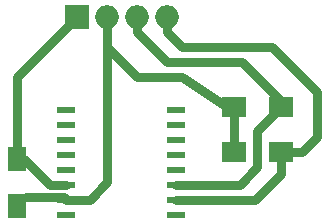
<source format=gbr>
G04 #@! TF.FileFunction,Copper,L1,Top,Signal*
%FSLAX46Y46*%
G04 Gerber Fmt 4.6, Leading zero omitted, Abs format (unit mm)*
G04 Created by KiCad (PCBNEW 4.0.0-rc1-stable) date 17/11/2015 18:15:03*
%MOMM*%
G01*
G04 APERTURE LIST*
%ADD10C,0.100000*%
%ADD11R,1.600000X2.000000*%
%ADD12R,1.500000X0.600000*%
%ADD13O,1.998980X1.998980*%
%ADD14R,1.998980X1.998980*%
%ADD15R,2.000000X1.700000*%
%ADD16C,0.750000*%
G04 APERTURE END LIST*
D10*
D11*
X139700000Y-104680000D03*
X139700000Y-108680000D03*
D12*
X143851100Y-100558600D03*
X143851100Y-101828600D03*
X143851100Y-103098600D03*
X143851100Y-104368600D03*
X143851100Y-105638600D03*
X143851100Y-106908600D03*
X143851100Y-108178600D03*
X143851100Y-109448600D03*
X153151100Y-109448600D03*
X153151100Y-108178600D03*
X153151100Y-106908600D03*
X153151100Y-105638600D03*
X153151100Y-104368600D03*
X153151100Y-103098600D03*
X153151100Y-101828600D03*
X153151100Y-100558600D03*
D13*
X152400000Y-92710000D03*
D14*
X144780000Y-92710000D03*
D13*
X147320000Y-92710000D03*
X149860000Y-92710000D03*
D15*
X158020000Y-100330000D03*
X162020000Y-100330000D03*
X158020000Y-104140000D03*
X162020000Y-104140000D03*
D16*
X144780000Y-92710000D02*
X139700000Y-97790000D01*
X139700000Y-97790000D02*
X139700000Y-104680000D01*
X139700000Y-104680000D02*
X140240000Y-104680000D01*
X140240000Y-104680000D02*
X142468600Y-106908600D01*
X142468600Y-106908600D02*
X143851100Y-106908600D01*
X143851100Y-108178600D02*
X145821400Y-108178600D01*
X147320000Y-106680000D02*
X147320000Y-95250000D01*
X145821400Y-108178600D02*
X147320000Y-106680000D01*
X158020000Y-100330000D02*
X157480000Y-100330000D01*
X157480000Y-100330000D02*
X153670000Y-97790000D01*
X153670000Y-97790000D02*
X149860000Y-97790000D01*
X149860000Y-97790000D02*
X147320000Y-95250000D01*
X147320000Y-95250000D02*
X147320000Y-92710000D01*
X158020000Y-100330000D02*
X158020000Y-104140000D01*
X140430000Y-107950000D02*
X143622500Y-107950000D01*
X143622500Y-107950000D02*
X143851100Y-108178600D01*
X159251400Y-108178600D02*
X159791400Y-108178600D01*
X153151100Y-108178600D02*
X159251400Y-108178600D01*
X162020000Y-105950000D02*
X162020000Y-104140000D01*
X159791400Y-108178600D02*
X162020000Y-105950000D01*
X165100000Y-99060000D02*
X165100000Y-101600000D01*
X165100000Y-101600000D02*
X165100000Y-102870000D01*
X165100000Y-102870000D02*
X163830000Y-104140000D01*
X163830000Y-104140000D02*
X162020000Y-104140000D01*
X152400000Y-92710000D02*
X152400000Y-93980000D01*
X161290000Y-95250000D02*
X165100000Y-99060000D01*
X153670000Y-95250000D02*
X161290000Y-95250000D01*
X152400000Y-93980000D02*
X153670000Y-95250000D01*
X153151100Y-106908600D02*
X158521400Y-106908600D01*
X160020000Y-102330000D02*
X162020000Y-100330000D01*
X160020000Y-105410000D02*
X160020000Y-102330000D01*
X158521400Y-106908600D02*
X160020000Y-105410000D01*
X162020000Y-100330000D02*
X162020000Y-99790000D01*
X149860000Y-93980000D02*
X149860000Y-92710000D01*
X152400000Y-96520000D02*
X149860000Y-93980000D01*
X158750000Y-96520000D02*
X152400000Y-96520000D01*
X162020000Y-99790000D02*
X158750000Y-96520000D01*
M02*

</source>
